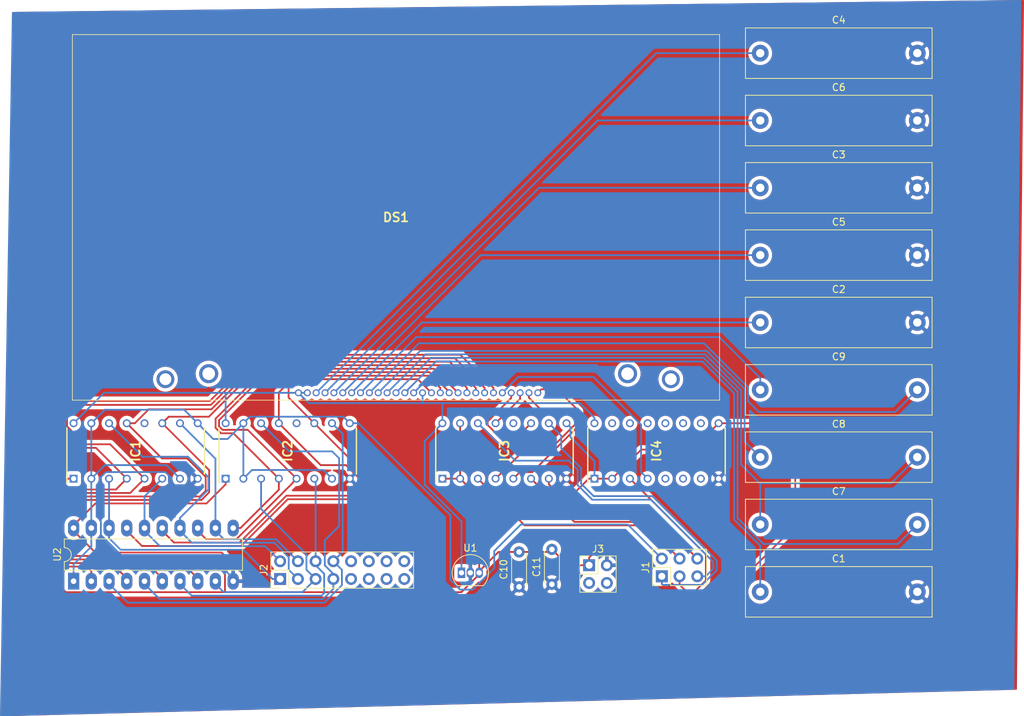
<source format=kicad_pcb>
(kicad_pcb (version 20171130) (host pcbnew "(5.1.4)-1")
  (layers (0 F.Cu signal) (31 B.Cu signal) (34 B.Paste user) (35 F.Paste user) (36 B.SilkS user) (37 F.SilkS user) (38 B.Mask user) (39 F.Mask user) (44 Edge.Cuts user))
  (net 0 "")
  (net 1 GND)
  (net 2 "Net-(C1-Pad1)")
  (net 3 "Net-(C2-Pad1)")
  (net 4 "Net-(C3-Pad1)")
  (net 5 "Net-(C4-Pad1)")
  (net 6 "Net-(C5-Pad1)")
  (net 7 "Net-(C6-Pad1)")
  (net 8 "Net-(C7-Pad2)")
  (net 9 "Net-(C7-Pad1)")
  (net 10 "Net-(C9-Pad1)")
  (net 11 +5V)
  (net 12 "Net-(DS1-Pad32)")
  (net 13 "Net-(DS1-Pad31)")
  (net 14 "Net-(DS1-Pad30)")
  (net 15 "Net-(DS1-Pad29)")
  (net 16 +3V0)
  (net 17 /Display/DB7)
  (net 18 /Display/DB6)
  (net 19 /Display/DB5)
  (net 20 /Display/DB4)
  (net 21 /Display/DB3)
  (net 22 /Display/DB2)
  (net 23 /Display/DB1)
  (net 24 /Display/DB0)
  (net 25 "Net-(DS1-Pad5)")
  (net 26 "Net-(DS1-Pad4)")
  (net 27 "Net-(DS1-Pad3)")
  (net 28 "Net-(DS1-Pad2)")
  (net 29 "Net-(DS1-Pad1)")
  (net 30 /Display/DI_~DO~)
  (net 31 "/CONN BUS/D2")
  (net 32 "Net-(IC1-Pad12)")
  (net 33 "/CONN BUS/D3")
  (net 34 "/CONN BUS/D1")
  (net 35 "/CONN BUS/D0")
  (net 36 "/CONN BUS/D6")
  (net 37 "Net-(IC2-Pad12)")
  (net 38 "/CONN BUS/D7")
  (net 39 "/CONN BUS/D5")
  (net 40 "/CONN BUS/D4")
  (net 41 /Display/A0)
  (net 42 "Net-(IC3-Pad12)")
  (net 43 /Display/R~W~)
  (net 44 /Display/RES)
  (net 45 /Display/CS)
  (net 46 "Net-(IC4-Pad15)")
  (net 47 "Net-(IC4-Pad14)")
  (net 48 "Net-(IC4-Pad13)")
  (net 49 "Net-(IC4-Pad12)")
  (net 50 "Net-(IC4-Pad11)")
  (net 51 "Net-(IC4-Pad10)")
  (net 52 "Net-(IC4-Pad7)")
  (net 53 "Net-(IC4-Pad6)")
  (net 54 "Net-(IC4-Pad5)")
  (net 55 /Display/E)
  (net 56 "/CONN BUS/D15")
  (net 57 "/CONN BUS/D14")
  (net 58 "/CONN BUS/D13")
  (net 59 "/CONN BUS/D12")
  (net 60 "/CONN BUS/D11")
  (net 61 "/CONN BUS/D10")
  (net 62 "/CONN BUS/D9")
  (net 63 "/CONN BUS/D8")
  (net 64 /pwr/~CLK~)
  (net 65 /pwr/CLK)
  (net 66 "Net-(C8-Pad1)")
  (net 67 "Net-(C9-Pad2)")
  (module Package_DIP:DIP-20_W7.62mm_LongPads (layer F.Cu) (at 86.8045 101.4095 90)
    (fp_text reference U2 (at 3.81 -2.33 90) (layer F.SilkS))
    (fp_text value 74LS244)
    (pad 20 thru_hole oval (at 7.62 0 90) (size 2.4 1.6) (drill 0.8) (layers *.Cu *.Mask) (net 11 +5V))
    (pad 10 thru_hole oval (at 0 22.86 90) (size 2.4 1.6) (drill 0.8) (layers *.Cu *.Mask) (net 1 GND))
    (pad 19 thru_hole oval (at 7.62 2.54 90) (size 2.4 1.6) (drill 0.8) (layers *.Cu *.Mask) (net 30 /Display/DI_~DO~))
    (pad 9 thru_hole oval (at 0 20.32 90) (size 2.4 1.6) (drill 0.8) (layers *.Cu *.Mask) (net 40 "/CONN BUS/D4"))
    (pad 18 thru_hole oval (at 7.62 5.08 90) (size 2.4 1.6) (drill 0.8) (layers *.Cu *.Mask) (net 35 "/CONN BUS/D0"))
    (pad 8 thru_hole oval (at 0 17.78 90) (size 2.4 1.6) (drill 0.8) (layers *.Cu *.Mask) (net 21 /Display/DB3))
    (pad 17 thru_hole oval (at 7.62 7.62 90) (size 2.4 1.6) (drill 0.8) (layers *.Cu *.Mask) (net 17 /Display/DB7))
    (pad 7 thru_hole oval (at 0 15.24 90) (size 2.4 1.6) (drill 0.8) (layers *.Cu *.Mask) (net 39 "/CONN BUS/D5"))
    (pad 16 thru_hole oval (at 7.62 10.16 90) (size 2.4 1.6) (drill 0.8) (layers *.Cu *.Mask) (net 34 "/CONN BUS/D1"))
    (pad 6 thru_hole oval (at 0 12.7 90) (size 2.4 1.6) (drill 0.8) (layers *.Cu *.Mask) (net 22 /Display/DB2))
    (pad 15 thru_hole oval (at 7.62 12.7 90) (size 2.4 1.6) (drill 0.8) (layers *.Cu *.Mask) (net 18 /Display/DB6))
    (pad 5 thru_hole oval (at 0 10.16 90) (size 2.4 1.6) (drill 0.8) (layers *.Cu *.Mask) (net 36 "/CONN BUS/D6"))
    (pad 14 thru_hole oval (at 7.62 15.24 90) (size 2.4 1.6) (drill 0.8) (layers *.Cu *.Mask) (net 31 "/CONN BUS/D2"))
    (pad 4 thru_hole oval (at 0 7.62 90) (size 2.4 1.6) (drill 0.8) (layers *.Cu *.Mask) (net 23 /Display/DB1))
    (pad 13 thru_hole oval (at 7.62 17.78 90) (size 2.4 1.6) (drill 0.8) (layers *.Cu *.Mask) (net 19 /Display/DB5))
    (pad 3 thru_hole oval (at 0 5.08 90) (size 2.4 1.6) (drill 0.8) (layers *.Cu *.Mask) (net 38 "/CONN BUS/D7"))
    (pad 12 thru_hole oval (at 7.62 20.32 90) (size 2.4 1.6) (drill 0.8) (layers *.Cu *.Mask) (net 33 "/CONN BUS/D3"))
    (pad 2 thru_hole oval (at 0 2.54 90) (size 2.4 1.6) (drill 0.8) (layers *.Cu *.Mask) (net 24 /Display/DB0))
    (pad 11 thru_hole oval (at 7.62 22.86 90) (size 2.4 1.6) (drill 0.8) (layers *.Cu *.Mask) (net 20 /Display/DB4))
    (pad 1 thru_hole rect (at 0 0 90) (size 2.4 1.6) (drill 0.8) (layers *.Cu *.Mask) (net 30 /Display/DI_~DO~))
  )
  (module Package_TO_SOT_THT:TO-92_Inline (layer F.Cu) (at 142.367 100.203)
    (fp_text reference U1 (at 1.27 -3.56) (layer F.SilkS))
    (fp_text value LP2950-3.0_TO92)
    (pad 1 thru_hole rect (at 0 0) (size 1.05 1.5) (drill 0.75) (layers *.Cu *.Mask) (net 16 +3V0))
    (pad 3 thru_hole oval (at 2.54 0) (size 1.05 1.5) (drill 0.75) (layers *.Cu *.Mask) (net 11 +5V))
    (pad 2 thru_hole oval (at 1.27 0) (size 1.05 1.5) (drill 0.75) (layers *.Cu *.Mask) (net 1 GND))
  )
  (module Connector_PinHeader_2.54mm:PinHeader_2x02_P2.54mm_Vertical (layer F.Cu) (at 160.655 99.1235)
    (fp_text reference J3 (at 1.27 -2.33) (layer F.SilkS))
    (fp_text value Conn_02x02_Odd_Even)
    (pad 4 thru_hole oval (at 2.54 2.54) (size 1.7 1.7) (drill 1) (layers *.Cu *.Mask) (net 64 /pwr/~CLK~))
    (pad 3 thru_hole oval (at 0 2.54) (size 1.7 1.7) (drill 1) (layers *.Cu *.Mask) (net 65 /pwr/CLK))
    (pad 2 thru_hole oval (at 2.54 0) (size 1.7 1.7) (drill 1) (layers *.Cu *.Mask) (net 1 GND))
    (pad 1 thru_hole rect (at 0 0) (size 1.7 1.7) (drill 1) (layers *.Cu *.Mask) (net 11 +5V))
  )
  (module Connector_PinHeader_2.54mm:PinHeader_2x08_P2.54mm_Vertical (layer F.Cu) (at 116.3955 101.092 90)
    (fp_text reference J2 (at 1.27 -2.33 90) (layer F.SilkS))
    (fp_text value Conn_02x08_Odd_Even)
    (pad 16 thru_hole oval (at 2.54 17.78 90) (size 1.7 1.7) (drill 1) (layers *.Cu *.Mask) (net 56 "/CONN BUS/D15"))
    (pad 15 thru_hole oval (at 0 17.78 90) (size 1.7 1.7) (drill 1) (layers *.Cu *.Mask) (net 57 "/CONN BUS/D14"))
    (pad 14 thru_hole oval (at 2.54 15.24 90) (size 1.7 1.7) (drill 1) (layers *.Cu *.Mask) (net 58 "/CONN BUS/D13"))
    (pad 13 thru_hole oval (at 0 15.24 90) (size 1.7 1.7) (drill 1) (layers *.Cu *.Mask) (net 59 "/CONN BUS/D12"))
    (pad 12 thru_hole oval (at 2.54 12.7 90) (size 1.7 1.7) (drill 1) (layers *.Cu *.Mask) (net 60 "/CONN BUS/D11"))
    (pad 11 thru_hole oval (at 0 12.7 90) (size 1.7 1.7) (drill 1) (layers *.Cu *.Mask) (net 61 "/CONN BUS/D10"))
    (pad 10 thru_hole oval (at 2.54 10.16 90) (size 1.7 1.7) (drill 1) (layers *.Cu *.Mask) (net 62 "/CONN BUS/D9"))
    (pad 9 thru_hole oval (at 0 10.16 90) (size 1.7 1.7) (drill 1) (layers *.Cu *.Mask) (net 63 "/CONN BUS/D8"))
    (pad 8 thru_hole oval (at 2.54 7.62 90) (size 1.7 1.7) (drill 1) (layers *.Cu *.Mask) (net 38 "/CONN BUS/D7"))
    (pad 7 thru_hole oval (at 0 7.62 90) (size 1.7 1.7) (drill 1) (layers *.Cu *.Mask) (net 36 "/CONN BUS/D6"))
    (pad 6 thru_hole oval (at 2.54 5.08 90) (size 1.7 1.7) (drill 1) (layers *.Cu *.Mask) (net 39 "/CONN BUS/D5"))
    (pad 5 thru_hole oval (at 0 5.08 90) (size 1.7 1.7) (drill 1) (layers *.Cu *.Mask) (net 40 "/CONN BUS/D4"))
    (pad 4 thru_hole oval (at 2.54 2.54 90) (size 1.7 1.7) (drill 1) (layers *.Cu *.Mask) (net 33 "/CONN BUS/D3"))
    (pad 3 thru_hole oval (at 0 2.54 90) (size 1.7 1.7) (drill 1) (layers *.Cu *.Mask) (net 31 "/CONN BUS/D2"))
    (pad 2 thru_hole oval (at 2.54 0 90) (size 1.7 1.7) (drill 1) (layers *.Cu *.Mask) (net 34 "/CONN BUS/D1"))
    (pad 1 thru_hole rect (at 0 0 90) (size 1.7 1.7) (drill 1) (layers *.Cu *.Mask) (net 35 "/CONN BUS/D0"))
  )
  (module Connector_PinHeader_2.54mm:PinHeader_2x03_P2.54mm_Vertical (layer F.Cu) (at 171.069 100.711 90)
    (fp_text reference J1 (at 1.27 -2.33 90) (layer F.SilkS))
    (fp_text value Conn_02x03_Odd_Even)
    (pad 6 thru_hole oval (at 2.54 5.08 90) (size 1.7 1.7) (drill 1) (layers *.Cu *.Mask) (net 44 /Display/RES))
    (pad 5 thru_hole oval (at 0 5.08 90) (size 1.7 1.7) (drill 1) (layers *.Cu *.Mask) (net 41 /Display/A0))
    (pad 4 thru_hole oval (at 2.54 2.54 90) (size 1.7 1.7) (drill 1) (layers *.Cu *.Mask) (net 45 /Display/CS))
    (pad 3 thru_hole oval (at 0 2.54 90) (size 1.7 1.7) (drill 1) (layers *.Cu *.Mask) (net 55 /Display/E))
    (pad 2 thru_hole oval (at 2.54 0 90) (size 1.7 1.7) (drill 1) (layers *.Cu *.Mask) (net 30 /Display/DI_~DO~))
    (pad 1 thru_hole rect (at 0 0 90) (size 1.7 1.7) (drill 1) (layers *.Cu *.Mask) (net 43 /Display/R~W~))
  )
  (module SamacSys_Parts:DIP794W53P254L1930H508Q16N (layer F.Cu) (at 170.307 82.7405 90)
    (fp_text reference IC4 (at 0 0 90) (layer F.SilkS) (effects (font (size 1.27 1.27) (thickness 0.254))))
    (fp_text value CD40109BE hide)
    (pad 16 thru_hole circle (at 3.97 -8.89 90) (size 1.13 1.13) (drill 0.73) (layers *.Cu *.Mask) (net 16 +3V0))
    (pad 15 thru_hole circle (at 3.97 -6.35 90) (size 1.13 1.13) (drill 0.73) (layers *.Cu *.Mask) (net 46 "Net-(IC4-Pad15)"))
    (pad 14 thru_hole circle (at 3.97 -3.81 90) (size 1.13 1.13) (drill 0.73) (layers *.Cu *.Mask) (net 47 "Net-(IC4-Pad14)"))
    (pad 13 thru_hole circle (at 3.97 -1.27 90) (size 1.13 1.13) (drill 0.73) (layers *.Cu *.Mask) (net 48 "Net-(IC4-Pad13)"))
    (pad 12 thru_hole circle (at 3.97 1.27 90) (size 1.13 1.13) (drill 0.73) (layers *.Cu *.Mask) (net 49 "Net-(IC4-Pad12)"))
    (pad 11 thru_hole circle (at 3.97 3.81 90) (size 1.13 1.13) (drill 0.73) (layers *.Cu *.Mask) (net 50 "Net-(IC4-Pad11)"))
    (pad 10 thru_hole circle (at 3.97 6.35 90) (size 1.13 1.13) (drill 0.73) (layers *.Cu *.Mask) (net 51 "Net-(IC4-Pad10)"))
    (pad 9 thru_hole circle (at 3.97 8.89 90) (size 1.13 1.13) (drill 0.73) (layers *.Cu *.Mask) (net 11 +5V))
    (pad 8 thru_hole circle (at -3.97 8.89 90) (size 1.13 1.13) (drill 0.73) (layers *.Cu *.Mask) (net 1 GND))
    (pad 7 thru_hole circle (at -3.97 6.35 90) (size 1.13 1.13) (drill 0.73) (layers *.Cu *.Mask) (net 52 "Net-(IC4-Pad7)"))
    (pad 6 thru_hole circle (at -3.97 3.81 90) (size 1.13 1.13) (drill 0.73) (layers *.Cu *.Mask) (net 53 "Net-(IC4-Pad6)"))
    (pad 5 thru_hole circle (at -3.97 1.27 90) (size 1.13 1.13) (drill 0.73) (layers *.Cu *.Mask) (net 54 "Net-(IC4-Pad5)"))
    (pad 4 thru_hole circle (at -3.97 -1.27 90) (size 1.13 1.13) (drill 0.73) (layers *.Cu *.Mask) (net 25 "Net-(DS1-Pad5)"))
    (pad 3 thru_hole circle (at -3.97 -3.81 90) (size 1.13 1.13) (drill 0.73) (layers *.Cu *.Mask) (net 55 /Display/E))
    (pad 2 thru_hole circle (at -3.97 -6.35 90) (size 1.13 1.13) (drill 0.73) (layers *.Cu *.Mask) (net 11 +5V))
    (pad 1 thru_hole rect (at -3.97 -8.89 90) (size 1.13 1.13) (drill 0.73) (layers *.Cu *.Mask) (net 11 +5V))
  )
  (module SamacSys_Parts:DIP794W53P254L1930H508Q16N (layer F.Cu) (at 148.5265 82.7405 90)
    (fp_text reference IC3 (at 0 0 90) (layer F.SilkS) (effects (font (size 1.27 1.27) (thickness 0.254))))
    (fp_text value CD40109BE hide)
    (pad 16 thru_hole circle (at 3.97 -8.89 90) (size 1.13 1.13) (drill 0.73) (layers *.Cu *.Mask) (net 16 +3V0))
    (pad 15 thru_hole circle (at 3.97 -6.35 90) (size 1.13 1.13) (drill 0.73) (layers *.Cu *.Mask) (net 11 +5V))
    (pad 14 thru_hole circle (at 3.97 -3.81 90) (size 1.13 1.13) (drill 0.73) (layers *.Cu *.Mask) (net 41 /Display/A0))
    (pad 13 thru_hole circle (at 3.97 -1.27 90) (size 1.13 1.13) (drill 0.73) (layers *.Cu *.Mask) (net 27 "Net-(DS1-Pad3)"))
    (pad 12 thru_hole circle (at 3.97 1.27 90) (size 1.13 1.13) (drill 0.73) (layers *.Cu *.Mask) (net 42 "Net-(IC3-Pad12)"))
    (pad 11 thru_hole circle (at 3.97 3.81 90) (size 1.13 1.13) (drill 0.73) (layers *.Cu *.Mask) (net 26 "Net-(DS1-Pad4)"))
    (pad 10 thru_hole circle (at 3.97 6.35 90) (size 1.13 1.13) (drill 0.73) (layers *.Cu *.Mask) (net 43 /Display/R~W~))
    (pad 9 thru_hole circle (at 3.97 8.89 90) (size 1.13 1.13) (drill 0.73) (layers *.Cu *.Mask) (net 11 +5V))
    (pad 8 thru_hole circle (at -3.97 8.89 90) (size 1.13 1.13) (drill 0.73) (layers *.Cu *.Mask) (net 1 GND))
    (pad 7 thru_hole circle (at -3.97 6.35 90) (size 1.13 1.13) (drill 0.73) (layers *.Cu *.Mask) (net 11 +5V))
    (pad 6 thru_hole circle (at -3.97 3.81 90) (size 1.13 1.13) (drill 0.73) (layers *.Cu *.Mask) (net 44 /Display/RES))
    (pad 5 thru_hole circle (at -3.97 1.27 90) (size 1.13 1.13) (drill 0.73) (layers *.Cu *.Mask) (net 29 "Net-(DS1-Pad1)"))
    (pad 4 thru_hole circle (at -3.97 -1.27 90) (size 1.13 1.13) (drill 0.73) (layers *.Cu *.Mask) (net 28 "Net-(DS1-Pad2)"))
    (pad 3 thru_hole circle (at -3.97 -3.81 90) (size 1.13 1.13) (drill 0.73) (layers *.Cu *.Mask) (net 45 /Display/CS))
    (pad 2 thru_hole circle (at -3.97 -6.35 90) (size 1.13 1.13) (drill 0.73) (layers *.Cu *.Mask) (net 11 +5V))
    (pad 1 thru_hole rect (at -3.97 -8.89 90) (size 1.13 1.13) (drill 0.73) (layers *.Cu *.Mask) (net 11 +5V))
  )
  (module SamacSys_Parts:DIP794W53P254L1930H508Q16N (layer F.Cu) (at 117.475 82.7405 90)
    (fp_text reference IC2 (at 0 0 90) (layer F.SilkS) (effects (font (size 1.27 1.27) (thickness 0.254))))
    (fp_text value CD40109BE hide)
    (pad 16 thru_hole circle (at 3.97 -8.89 90) (size 1.13 1.13) (drill 0.73) (layers *.Cu *.Mask) (net 16 +3V0))
    (pad 15 thru_hole circle (at 3.97 -6.35 90) (size 1.13 1.13) (drill 0.73) (layers *.Cu *.Mask) (net 30 /Display/DI_~DO~))
    (pad 14 thru_hole circle (at 3.97 -3.81 90) (size 1.13 1.13) (drill 0.73) (layers *.Cu *.Mask) (net 36 "/CONN BUS/D6"))
    (pad 13 thru_hole circle (at 3.97 -1.27 90) (size 1.13 1.13) (drill 0.73) (layers *.Cu *.Mask) (net 18 /Display/DB6))
    (pad 12 thru_hole circle (at 3.97 1.27 90) (size 1.13 1.13) (drill 0.73) (layers *.Cu *.Mask) (net 37 "Net-(IC2-Pad12)"))
    (pad 11 thru_hole circle (at 3.97 3.81 90) (size 1.13 1.13) (drill 0.73) (layers *.Cu *.Mask) (net 17 /Display/DB7))
    (pad 10 thru_hole circle (at 3.97 6.35 90) (size 1.13 1.13) (drill 0.73) (layers *.Cu *.Mask) (net 38 "/CONN BUS/D7"))
    (pad 9 thru_hole circle (at 3.97 8.89 90) (size 1.13 1.13) (drill 0.73) (layers *.Cu *.Mask) (net 30 /Display/DI_~DO~))
    (pad 8 thru_hole circle (at -3.97 8.89 90) (size 1.13 1.13) (drill 0.73) (layers *.Cu *.Mask) (net 1 GND))
    (pad 7 thru_hole circle (at -3.97 6.35 90) (size 1.13 1.13) (drill 0.73) (layers *.Cu *.Mask) (net 30 /Display/DI_~DO~))
    (pad 6 thru_hole circle (at -3.97 3.81 90) (size 1.13 1.13) (drill 0.73) (layers *.Cu *.Mask) (net 39 "/CONN BUS/D5"))
    (pad 5 thru_hole circle (at -3.97 1.27 90) (size 1.13 1.13) (drill 0.73) (layers *.Cu *.Mask) (net 19 /Display/DB5))
    (pad 4 thru_hole circle (at -3.97 -1.27 90) (size 1.13 1.13) (drill 0.73) (layers *.Cu *.Mask) (net 20 /Display/DB4))
    (pad 3 thru_hole circle (at -3.97 -3.81 90) (size 1.13 1.13) (drill 0.73) (layers *.Cu *.Mask) (net 40 "/CONN BUS/D4"))
    (pad 2 thru_hole circle (at -3.97 -6.35 90) (size 1.13 1.13) (drill 0.73) (layers *.Cu *.Mask) (net 30 /Display/DI_~DO~))
    (pad 1 thru_hole rect (at -3.97 -8.89 90) (size 1.13 1.13) (drill 0.73) (layers *.Cu *.Mask) (net 11 +5V))
  )
  (module SamacSys_Parts:DIP794W53P254L1930H508Q16N (layer F.Cu) (at 95.6945 82.7405 90)
    (fp_text reference IC1 (at 0 0 90) (layer F.SilkS) (effects (font (size 1.27 1.27) (thickness 0.254))))
    (fp_text value CD40109BE hide)
    (pad 16 thru_hole circle (at 3.97 -8.89 90) (size 1.13 1.13) (drill 0.73) (layers *.Cu *.Mask) (net 16 +3V0))
    (pad 15 thru_hole circle (at 3.97 -6.35 90) (size 1.13 1.13) (drill 0.73) (layers *.Cu *.Mask) (net 30 /Display/DI_~DO~))
    (pad 14 thru_hole circle (at 3.97 -3.81 90) (size 1.13 1.13) (drill 0.73) (layers *.Cu *.Mask) (net 31 "/CONN BUS/D2"))
    (pad 13 thru_hole circle (at 3.97 -1.27 90) (size 1.13 1.13) (drill 0.73) (layers *.Cu *.Mask) (net 22 /Display/DB2))
    (pad 12 thru_hole circle (at 3.97 1.27 90) (size 1.13 1.13) (drill 0.73) (layers *.Cu *.Mask) (net 32 "Net-(IC1-Pad12)"))
    (pad 11 thru_hole circle (at 3.97 3.81 90) (size 1.13 1.13) (drill 0.73) (layers *.Cu *.Mask) (net 21 /Display/DB3))
    (pad 10 thru_hole circle (at 3.97 6.35 90) (size 1.13 1.13) (drill 0.73) (layers *.Cu *.Mask) (net 33 "/CONN BUS/D3"))
    (pad 9 thru_hole circle (at 3.97 8.89 90) (size 1.13 1.13) (drill 0.73) (layers *.Cu *.Mask) (net 30 /Display/DI_~DO~))
    (pad 8 thru_hole circle (at -3.97 8.89 90) (size 1.13 1.13) (drill 0.73) (layers *.Cu *.Mask) (net 1 GND))
    (pad 7 thru_hole circle (at -3.97 6.35 90) (size 1.13 1.13) (drill 0.73) (layers *.Cu *.Mask) (net 30 /Display/DI_~DO~))
    (pad 6 thru_hole circle (at -3.97 3.81 90) (size 1.13 1.13) (drill 0.73) (layers *.Cu *.Mask) (net 34 "/CONN BUS/D1"))
    (pad 5 thru_hole circle (at -3.97 1.27 90) (size 1.13 1.13) (drill 0.73) (layers *.Cu *.Mask) (net 23 /Display/DB1))
    (pad 4 thru_hole circle (at -3.97 -1.27 90) (size 1.13 1.13) (drill 0.73) (layers *.Cu *.Mask) (net 24 /Display/DB0))
    (pad 3 thru_hole circle (at -3.97 -3.81 90) (size 1.13 1.13) (drill 0.73) (layers *.Cu *.Mask) (net 35 "/CONN BUS/D0"))
    (pad 2 thru_hole circle (at -3.97 -6.35 90) (size 1.13 1.13) (drill 0.73) (layers *.Cu *.Mask) (net 30 /Display/DI_~DO~))
    (pad 1 thru_hole rect (at -3.97 -8.89 90) (size 1.13 1.13) (drill 0.73) (layers *.Cu *.Mask) (net 11 +5V))
  )
  (module SamacSys_Parts:NHDC12864LZFSWFBW3V3 (layer F.Cu) (at 132.9845 49.255)
    (fp_text reference DS1 (at 0 0) (layer F.SilkS) (effects (font (size 1.27 1.27) (thickness 0.254))))
    (fp_text value NHD-C12864LZ-FSW-FBW-3V3 hide)
    (pad 32 thru_hole circle (at 39.375 23.2) (size 2.55 2.55) (drill 1.7) (layers *.Cu *.Mask) (net 12 "Net-(DS1-Pad32)"))
    (pad 31 thru_hole circle (at -33.025 23.2) (size 2.55 2.55) (drill 1.7) (layers *.Cu *.Mask) (net 13 "Net-(DS1-Pad31)"))
    (pad 30 thru_hole circle (at 33.175 22.41) (size 2.73 2.73) (drill 1.82) (layers *.Cu *.Mask) (net 14 "Net-(DS1-Pad30)"))
    (pad 29 thru_hole circle (at -26.825 22.41) (size 2.73 2.73) (drill 1.82) (layers *.Cu *.Mask) (net 15 "Net-(DS1-Pad29)"))
    (pad 28 thru_hole circle (at -13.97 25.15) (size 1 1) (drill 0.64) (layers *.Cu *.Mask) (net 16 +3V0))
    (pad 27 thru_hole circle (at -12.7 25.15) (size 1 1) (drill 0.64) (layers *.Cu *.Mask) (net 16 +3V0))
    (pad 26 thru_hole circle (at -11.43 25.15) (size 1 1) (drill 0.64) (layers *.Cu *.Mask) (net 5 "Net-(C4-Pad1)"))
    (pad 25 thru_hole circle (at -10.16 25.15) (size 1 1) (drill 0.64) (layers *.Cu *.Mask) (net 7 "Net-(C6-Pad1)"))
    (pad 24 thru_hole circle (at -8.89 25.15) (size 1 1) (drill 0.64) (layers *.Cu *.Mask) (net 4 "Net-(C3-Pad1)"))
    (pad 23 thru_hole circle (at -7.62 25.15) (size 1 1) (drill 0.64) (layers *.Cu *.Mask) (net 6 "Net-(C5-Pad1)"))
    (pad 22 thru_hole circle (at -6.35 25.15) (size 1 1) (drill 0.64) (layers *.Cu *.Mask) (net 3 "Net-(C2-Pad1)"))
    (pad 21 thru_hole circle (at -5.08 25.15) (size 1 1) (drill 0.64) (layers *.Cu *.Mask) (net 10 "Net-(C9-Pad1)"))
    (pad 20 thru_hole circle (at -3.81 25.15) (size 1 1) (drill 0.64) (layers *.Cu *.Mask) (net 67 "Net-(C9-Pad2)"))
    (pad 19 thru_hole circle (at -2.54 25.15) (size 1 1) (drill 0.64) (layers *.Cu *.Mask) (net 66 "Net-(C8-Pad1)"))
    (pad 18 thru_hole circle (at -1.27 25.15) (size 1 1) (drill 0.64) (layers *.Cu *.Mask) (net 9 "Net-(C7-Pad1)"))
    (pad 17 thru_hole circle (at 0 25.15) (size 1 1) (drill 0.64) (layers *.Cu *.Mask) (net 8 "Net-(C7-Pad2)"))
    (pad 16 thru_hole circle (at 1.27 25.15) (size 1 1) (drill 0.64) (layers *.Cu *.Mask) (net 2 "Net-(C1-Pad1)"))
    (pad 15 thru_hole circle (at 2.54 25.15) (size 1 1) (drill 0.64) (layers *.Cu *.Mask) (net 1 GND))
    (pad 14 thru_hole circle (at 3.81 25.15) (size 1 1) (drill 0.64) (layers *.Cu *.Mask) (net 16 +3V0))
    (pad 13 thru_hole circle (at 5.08 25.15) (size 1 1) (drill 0.64) (layers *.Cu *.Mask) (net 17 /Display/DB7))
    (pad 12 thru_hole circle (at 6.35 25.15) (size 1 1) (drill 0.64) (layers *.Cu *.Mask) (net 18 /Display/DB6))
    (pad 11 thru_hole circle (at 7.62 25.15) (size 1 1) (drill 0.64) (layers *.Cu *.Mask) (net 19 /Display/DB5))
    (pad 10 thru_hole circle (at 8.89 25.15) (size 1 1) (drill 0.64) (layers *.Cu *.Mask) (net 20 /Display/DB4))
    (pad 9 thru_hole circle (at 10.16 25.15) (size 1 1) (drill 0.64) (layers *.Cu *.Mask) (net 21 /Display/DB3))
    (pad 8 thru_hole circle (at 11.43 25.15) (size 1 1) (drill 0.64) (layers *.Cu *.Mask) (net 22 /Display/DB2))
    (pad 7 thru_hole circle (at 12.7 25.15) (size 1 1) (drill 0.64) (layers *.Cu *.Mask) (net 23 /Display/DB1))
    (pad 6 thru_hole circle (at 13.97 25.15) (size 1 1) (drill 0.64) (layers *.Cu *.Mask) (net 24 /Display/DB0))
    (pad 5 thru_hole circle (at 15.24 25.15) (size 1 1) (drill 0.64) (layers *.Cu *.Mask) (net 25 "Net-(DS1-Pad5)"))
    (pad 4 thru_hole circle (at 16.51 25.15) (size 1 1) (drill 0.64) (layers *.Cu *.Mask) (net 26 "Net-(DS1-Pad4)"))
    (pad 3 thru_hole circle (at 17.78 25.15) (size 1 1) (drill 0.64) (layers *.Cu *.Mask) (net 27 "Net-(DS1-Pad3)"))
    (pad 2 thru_hole circle (at 19.05 25.15) (size 1 1) (drill 0.64) (layers *.Cu *.Mask) (net 28 "Net-(DS1-Pad2)"))
    (pad 1 thru_hole circle (at 20.32 25.15) (size 1 1) (drill 0.64) (layers *.Cu *.Mask) (net 29 "Net-(DS1-Pad1)"))
  )
  (module Capacitor_THT:C_Disc_D4.3mm_W1.9mm_P5.00mm (layer F.Cu) (at 155.321 101.854 90)
    (fp_text reference C11 (at 2.5 -2.2 90) (layer F.SilkS))
    (fp_text value 0.1µF)
    (pad 2 thru_hole circle (at 5 0 90) (size 1.6 1.6) (drill 0.8) (layers *.Cu *.Mask) (net 11 +5V))
    (pad 1 thru_hole circle (at 0 0 90) (size 1.6 1.6) (drill 0.8) (layers *.Cu *.Mask) (net 1 GND))
  )
  (module Capacitor_THT:C_Disc_D4.3mm_W1.9mm_P5.00mm (layer F.Cu) (at 150.622 102.2185 90)
    (fp_text reference C10 (at 2.5 -2.2 90) (layer F.SilkS))
    (fp_text value 0.1µF)
    (pad 2 thru_hole circle (at 5 0 90) (size 1.6 1.6) (drill 0.8) (layers *.Cu *.Mask) (net 11 +5V))
    (pad 1 thru_hole circle (at 0 0 90) (size 1.6 1.6) (drill 0.8) (layers *.Cu *.Mask) (net 1 GND))
  )
  (module Capacitor_THT:C_Rect_L26.5mm_W7.0mm_P22.50mm_MKS4 (layer F.Cu) (at 185.166 102.9335)
    (fp_text reference C1 (at 11.25 -4.75) (layer F.SilkS))
    (fp_text value 1µF)
    (pad 2 thru_hole circle (at 22.5 0) (size 2.4 2.4) (drill 1.2) (layers *.Cu *.Mask) (net 1 GND))
    (pad 1 thru_hole circle (at 0 0) (size 2.4 2.4) (drill 1.2) (layers *.Cu *.Mask) (net 2 "Net-(C1-Pad1)"))
  )
  (module Capacitor_THT:C_Rect_L26.5mm_W7.0mm_P22.50mm_MKS4 (layer F.Cu) (at 185.166 93.2815)
    (fp_text reference C7 (at 11.25 -4.75) (layer F.SilkS))
    (fp_text value 1µF)
    (pad 2 thru_hole circle (at 22.5 0) (size 2.4 2.4) (drill 1.2) (layers *.Cu *.Mask) (net 8 "Net-(C7-Pad2)"))
    (pad 1 thru_hole circle (at 0 0) (size 2.4 2.4) (drill 1.2) (layers *.Cu *.Mask) (net 9 "Net-(C7-Pad1)"))
  )
  (module Capacitor_THT:C_Rect_L26.5mm_W7.0mm_P22.50mm_MKS4 (layer F.Cu) (at 185.166 83.6295)
    (fp_text reference C8 (at 11.25 -4.75) (layer F.SilkS))
    (fp_text value 1µF)
    (pad 2 thru_hole circle (at 22.5 0) (size 2.4 2.4) (drill 1.2) (layers *.Cu *.Mask) (net 9 "Net-(C7-Pad1)"))
    (pad 1 thru_hole circle (at 0 0) (size 2.4 2.4) (drill 1.2) (layers *.Cu *.Mask) (net 66 "Net-(C8-Pad1)"))
  )
  (module Capacitor_THT:C_Rect_L26.5mm_W7.0mm_P22.50mm_MKS4 (layer F.Cu) (at 185.166 73.9775)
    (fp_text reference C9 (at 11.25 -4.75) (layer F.SilkS))
    (fp_text value 1µF)
    (pad 2 thru_hole circle (at 22.5 0) (size 2.4 2.4) (drill 1.2) (layers *.Cu *.Mask) (net 67 "Net-(C9-Pad2)"))
    (pad 1 thru_hole circle (at 0 0) (size 2.4 2.4) (drill 1.2) (layers *.Cu *.Mask) (net 10 "Net-(C9-Pad1)"))
  )
  (module Capacitor_THT:C_Rect_L26.5mm_W7.0mm_P22.50mm_MKS4 (layer F.Cu) (at 185.166 64.3255)
    (fp_text reference C2 (at 11.25 -4.75) (layer F.SilkS))
    (fp_text value 1µF)
    (pad 2 thru_hole circle (at 22.5 0) (size 2.4 2.4) (drill 1.2) (layers *.Cu *.Mask) (net 1 GND))
    (pad 1 thru_hole circle (at 0 0) (size 2.4 2.4) (drill 1.2) (layers *.Cu *.Mask) (net 3 "Net-(C2-Pad1)"))
  )
  (module Capacitor_THT:C_Rect_L26.5mm_W7.0mm_P22.50mm_MKS4 (layer F.Cu) (at 185.166 54.6735)
    (fp_text reference C5 (at 11.25 -4.75) (layer F.SilkS))
    (fp_text value 1µF)
    (pad 2 thru_hole circle (at 22.5 0) (size 2.4 2.4) (drill 1.2) (layers *.Cu *.Mask) (net 1 GND))
    (pad 1 thru_hole circle (at 0 0) (size 2.4 2.4) (drill 1.2) (layers *.Cu *.Mask) (net 6 "Net-(C5-Pad1)"))
  )
  (module Capacitor_THT:C_Rect_L26.5mm_W7.0mm_P22.50mm_MKS4 (layer F.Cu) (at 185.166 45.0215)
    (fp_text reference C3 (at 11.25 -4.75) (layer F.SilkS))
    (fp_text value 1µF)
    (pad 2 thru_hole circle (at 22.5 0) (size 2.4 2.4) (drill 1.2) (layers *.Cu *.Mask) (net 1 GND))
    (pad 1 thru_hole circle (at 0 0) (size 2.4 2.4) (drill 1.2) (layers *.Cu *.Mask) (net 4 "Net-(C3-Pad1)"))
  )
  (module Capacitor_THT:C_Rect_L26.5mm_W7.0mm_P22.50mm_MKS4 (layer F.Cu) (at 185.166 35.3695)
    (fp_text reference C6 (at 11.25 -4.75) (layer F.SilkS))
    (fp_text value 1µF)
    (pad 2 thru_hole circle (at 22.5 0) (size 2.4 2.4) (drill 1.2) (layers *.Cu *.Mask) (net 1 GND))
    (pad 1 thru_hole circle (at 0 0) (size 2.4 2.4) (drill 1.2) (layers *.Cu *.Mask) (net 7 "Net-(C6-Pad1)"))
  )
  (module Capacitor_THT:C_Rect_L26.5mm_W7.0mm_P22.50mm_MKS4 (layer F.Cu) (at 185.166 25.7175)
    (fp_text reference C4 (at 11.25 -4.75) (layer F.SilkS))
    (fp_text value 1µF)
    (pad 2 thru_hole circle (at 22.5 0) (size 2.4 2.4) (drill 1.2) (layers *.Cu *.Mask) (net 1 GND))
    (pad 1 thru_hole circle (at 0 0) (size 2.4 2.4) (drill 1.2) (layers *.Cu *.Mask) (net 5 "Net-(C4-Pad1)"))
  )
  (segment (start 139.504491 70.425009) (end 161.738009 70.425009) (width 0.25) (layer B.Cu) (net 1))
  (segment (start 135.5245 74.405) (end 139.504491 70.425009) (width 0.25) (layer B.Cu) (net 1))
  (segment (start 161.738009 70.425009) (end 167.132 75.819) (width 0.25) (layer B.Cu) (net 1))
  (segment (start 179.197 86.7105) (end 180.91949 84.98801) (width 0.25) (layer B.Cu) (net 1))
  (segment (start 180.91949 78.49399) (end 178.2445 75.819) (width 0.25) (layer B.Cu) (net 1))
  (segment (start 180.91949 84.98801) (end 180.91949 78.49399) (width 0.25) (layer B.Cu) (net 1))
  (segment (start 167.132 75.819) (end 178.2445 75.819) (width 0.25) (layer B.Cu) (net 1))
  (segment (start 95.77237 99.83449) (end 108.48949 99.83449) (width 0.25) (layer B.Cu) (net 1))
  (segment (start 90.70949 94.77161) (end 95.77237 99.83449) (width 0.25) (layer B.Cu) (net 1))
  (segment (start 108.48949 99.83449) (end 109.6645 101.0095) (width 0.25) (layer B.Cu) (net 1))
  (segment (start 91.433299 85.770499) (end 90.70949 86.494308) (width 0.25) (layer B.Cu) (net 1))
  (segment (start 99.955701 85.770499) (end 91.433299 85.770499) (width 0.25) (layer B.Cu) (net 1))
  (segment (start 100.444501 86.259299) (end 99.955701 85.770499) (width 0.25) (layer B.Cu) (net 1))
  (segment (start 100.444501 87.161701) (end 100.444501 86.259299) (width 0.25) (layer B.Cu) (net 1))
  (segment (start 100.933301 87.650501) (end 100.444501 87.161701) (width 0.25) (layer B.Cu) (net 1))
  (segment (start 109.6645 101.0095) (end 109.6645 101.4095) (width 0.25) (layer B.Cu) (net 1))
  (segment (start 103.644499 87.650501) (end 100.933301 87.650501) (width 0.25) (layer B.Cu) (net 1))
  (segment (start 90.70949 86.494308) (end 90.70949 94.77161) (width 0.25) (layer B.Cu) (net 1))
  (segment (start 104.5845 86.7105) (end 103.644499 87.650501) (width 0.25) (layer B.Cu) (net 1))
  (segment (start 170.242 25.7175) (end 151.38325 44.57625) (width 0.25) (layer B.Cu) (net 5))
  (segment (start 185.166 25.7175) (end 170.242 25.7175) (width 0.25) (layer B.Cu) (net 5))
  (segment (start 151.38325 44.57625) (end 121.5545 74.405) (width 0.25) (layer B.Cu) (net 5))
  (segment (start 161.86 35.3695) (end 185.166 35.3695) (width 0.25) (layer B.Cu) (net 7))
  (segment (start 122.8245 74.405) (end 161.86 35.3695) (width 0.25) (layer B.Cu) (net 7))
  (segment (start 153.478 45.0215) (end 124.0945 74.405) (width 0.25) (layer B.Cu) (net 4))
  (segment (start 185.166 45.0215) (end 153.478 45.0215) (width 0.25) (layer B.Cu) (net 4))
  (segment (start 145.096 54.6735) (end 185.166 54.6735) (width 0.25) (layer B.Cu) (net 6))
  (segment (start 125.3645 74.405) (end 145.096 54.6735) (width 0.25) (layer B.Cu) (net 6))
  (segment (start 136.714 64.3255) (end 185.166 64.3255) (width 0.25) (layer B.Cu) (net 3))
  (segment (start 126.6345 74.405) (end 136.714 64.3255) (width 0.25) (layer B.Cu) (net 3))
  (segment (start 185.166 72.280444) (end 179.306556 66.421) (width 0.25) (layer B.Cu) (net 10))
  (segment (start 185.166 73.9775) (end 185.166 72.280444) (width 0.25) (layer B.Cu) (net 10))
  (segment (start 135.8885 66.421) (end 127.9045 74.405) (width 0.25) (layer B.Cu) (net 10))
  (segment (start 179.306556 66.421) (end 135.8885 66.421) (width 0.25) (layer B.Cu) (net 10))
  (segment (start 185.2295 87.376) (end 185.166 87.4395) (width 0.25) (layer B.Cu) (net 9))
  (segment (start 203.9195 87.376) (end 185.2295 87.376) (width 0.25) (layer B.Cu) (net 9))
  (segment (start 207.666 83.6295) (end 203.9195 87.376) (width 0.25) (layer B.Cu) (net 9))
  (segment (start 185.166 93.2815) (end 185.166 87.4395) (width 0.25) (layer B.Cu) (net 9))
  (segment (start 185.166 87.4395) (end 182.419522 84.693022) (width 0.25) (layer B.Cu) (net 9))
  (segment (start 182.419522 84.693022) (end 182.419522 74.033638) (width 0.25) (layer B.Cu) (net 9))
  (segment (start 182.419522 74.033638) (end 177.275391 68.889509) (width 0.25) (layer B.Cu) (net 9))
  (segment (start 137.22999 68.88951) (end 132.214499 73.905001) (width 0.25) (layer B.Cu) (net 9))
  (segment (start 132.214499 73.905001) (end 131.7145 74.405) (width 0.25) (layer B.Cu) (net 9))
  (segment (start 177.275391 68.889509) (end 137.22999 68.88951) (width 0.25) (layer B.Cu) (net 9))
  (segment (start 130.4445 74.405) (end 136.46 68.3895) (width 0.25) (layer B.Cu) (net 66))
  (segment (start 177.482503 68.389499) (end 182.919533 73.826527) (width 0.25) (layer B.Cu) (net 66))
  (segment (start 136.46 68.3895) (end 177.482503 68.389499) (width 0.25) (layer B.Cu) (net 66))
  (segment (start 183.966001 82.429501) (end 185.166 83.6295) (width 0.25) (layer B.Cu) (net 66))
  (segment (start 182.919533 81.383033) (end 183.966001 82.429501) (width 0.25) (layer B.Cu) (net 66))
  (segment (start 182.919533 73.826527) (end 182.919533 81.383033) (width 0.25) (layer B.Cu) (net 66))
  (segment (start 134.4465 74.405) (end 134.2545 74.405) (width 0.25) (layer B.Cu) (net 2))
  (segment (start 134.649499 74.202001) (end 134.4465 74.405) (width 0.25) (layer B.Cu) (net 2))
  (segment (start 134.649499 73.984999) (end 134.649499 74.202001) (width 0.25) (layer B.Cu) (net 2))
  (segment (start 185.166 102.9335) (end 185.166 96.319622) (width 0.25) (layer B.Cu) (net 2))
  (segment (start 185.166 96.319622) (end 181.4195 92.573122) (width 0.25) (layer B.Cu) (net 2))
  (segment (start 140.7795 69.88953) (end 138.744968 69.88953) (width 0.25) (layer B.Cu) (net 2))
  (segment (start 181.4195 92.573122) (end 181.4195 74.44786) (width 0.25) (layer B.Cu) (net 2))
  (segment (start 181.4195 74.44786) (end 176.896639 69.924999) (width 0.25) (layer B.Cu) (net 2))
  (segment (start 176.896639 69.924999) (end 140.814969 69.924999) (width 0.25) (layer B.Cu) (net 2))
  (segment (start 140.814969 69.924999) (end 140.7795 69.88953) (width 0.25) (layer B.Cu) (net 2))
  (segment (start 138.744968 69.88953) (end 134.649499 73.984999) (width 0.25) (layer B.Cu) (net 2))
  (segment (start 157.5905 99.1235) (end 155.321 96.854) (width 0.25) (layer F.Cu) (net 11))
  (segment (start 154.9565 97.2185) (end 155.321 96.854) (width 0.25) (layer F.Cu) (net 11))
  (segment (start 150.622 97.2185) (end 154.9565 97.2185) (width 0.25) (layer F.Cu) (net 11))
  (segment (start 144.907 99.978) (end 144.907 100.203) (width 0.25) (layer F.Cu) (net 11))
  (segment (start 147.6665 97.2185) (end 144.907 99.978) (width 0.25) (layer F.Cu) (net 11))
  (segment (start 150.622 97.2185) (end 147.6665 97.2185) (width 0.25) (layer F.Cu) (net 11))
  (segment (start 82.68499 99.964992) (end 85.704499 102.984501) (width 0.25) (layer F.Cu) (net 11))
  (segment (start 82.68499 90.01501) (end 82.68499 99.964992) (width 0.25) (layer F.Cu) (net 11))
  (segment (start 86.8045 86.7105) (end 85.9895 86.7105) (width 0.25) (layer F.Cu) (net 11))
  (segment (start 85.9895 86.7105) (end 82.68499 90.01501) (width 0.25) (layer F.Cu) (net 11))
  (segment (start 86.8045 93.7895) (end 86.8045 94.1895) (width 0.25) (layer F.Cu) (net 11))
  (segment (start 86.8045 94.1895) (end 89.912979 97.297979) (width 0.25) (layer F.Cu) (net 11))
  (segment (start 86.8045 93.3895) (end 86.8045 93.7895) (width 0.25) (layer F.Cu) (net 11))
  (segment (start 89.928959 90.265041) (end 86.8045 93.3895) (width 0.25) (layer F.Cu) (net 11))
  (segment (start 105.845459 90.265041) (end 89.928959 90.265041) (width 0.25) (layer F.Cu) (net 11))
  (segment (start 108.585 87.5255) (end 105.845459 90.265041) (width 0.25) (layer F.Cu) (net 11))
  (segment (start 108.585 86.7105) (end 108.585 87.5255) (width 0.25) (layer F.Cu) (net 11))
  (segment (start 179.197 78.7705) (end 175.4175 82.55) (width 0.25) (layer F.Cu) (net 11))
  (segment (start 168.1175 82.55) (end 163.957 86.7105) (width 0.25) (layer F.Cu) (net 11))
  (segment (start 175.4175 82.55) (end 168.1175 82.55) (width 0.25) (layer F.Cu) (net 11))
  (segment (start 161.417 86.7105) (end 163.957 86.7105) (width 0.25) (layer F.Cu) (net 11))
  (segment (start 154.8765 87.50953) (end 156.01297 88.646) (width 0.25) (layer F.Cu) (net 11))
  (segment (start 154.8765 86.7105) (end 154.8765 87.50953) (width 0.25) (layer F.Cu) (net 11))
  (segment (start 160.602 86.7105) (end 161.417 86.7105) (width 0.25) (layer F.Cu) (net 11))
  (segment (start 158.6665 88.646) (end 160.602 86.7105) (width 0.25) (layer F.Cu) (net 11))
  (segment (start 156.01297 88.646) (end 158.6665 88.646) (width 0.25) (layer F.Cu) (net 11))
  (segment (start 157.981499 79.335499) (end 157.981499 80.765499) (width 0.25) (layer B.Cu) (net 11))
  (segment (start 157.4165 78.7705) (end 157.981499 79.335499) (width 0.25) (layer B.Cu) (net 11))
  (segment (start 161.417 84.201) (end 161.417 86.7105) (width 0.25) (layer B.Cu) (net 11))
  (segment (start 157.981499 80.765499) (end 161.417 84.201) (width 0.25) (layer B.Cu) (net 11))
  (segment (start 140.4515 86.7105) (end 142.1765 86.7105) (width 0.25) (layer F.Cu) (net 11))
  (segment (start 139.6365 86.7105) (end 140.4515 86.7105) (width 0.25) (layer F.Cu) (net 11))
  (segment (start 142.1765 79.56953) (end 142.1765 86.7105) (width 0.25) (layer F.Cu) (net 11))
  (segment (start 142.1765 78.7705) (end 142.1765 79.56953) (width 0.25) (layer F.Cu) (net 11))
  (segment (start 142.1765 86.7105) (end 144.907 89.441) (width 0.25) (layer F.Cu) (net 11))
  (segment (start 160.655 99.1235) (end 158.75 99.1235) (width 0.25) (layer F.Cu) (net 11))
  (segment (start 158.75 99.1235) (end 157.5905 99.1235) (width 0.25) (layer F.Cu) (net 11))
  (segment (start 179.197 78.7705) (end 187.9905 78.7705) (width 0.25) (layer F.Cu) (net 11))
  (segment (start 187.9905 78.7705) (end 190.1825 80.9625) (width 0.25) (layer F.Cu) (net 11))
  (segment (start 190.1825 80.9625) (end 190.1825 93.472) (width 0.25) (layer F.Cu) (net 11))
  (segment (start 190.1825 93.472) (end 177.419 106.2355) (width 0.25) (layer F.Cu) (net 11))
  (segment (start 144.907 97.028) (end 144.907 100.203) (width 0.25) (layer F.Cu) (net 11))
  (segment (start 144.907 89.441) (end 144.907 97.028) (width 0.25) (layer F.Cu) (net 11))
  (segment (start 108.48949 102.96499) (end 108.509001 102.984501) (width 0.25) (layer F.Cu) (net 11))
  (segment (start 108.48949 97.789948) (end 108.48949 102.96499) (width 0.25) (layer F.Cu) (net 11))
  (segment (start 107.997521 97.297979) (end 108.48949 97.789948) (width 0.25) (layer F.Cu) (net 11))
  (segment (start 89.912979 97.297979) (end 107.997521 97.297979) (width 0.25) (layer F.Cu) (net 11))
  (segment (start 85.704499 102.984501) (end 108.509001 102.984501) (width 0.25) (layer F.Cu) (net 11))
  (segment (start 108.509001 102.984501) (end 112.446001 102.984501) (width 0.25) (layer F.Cu) (net 11))
  (segment (start 160.655 98.0235) (end 162.5395 96.139) (width 0.25) (layer F.Cu) (net 11))
  (segment (start 160.655 99.1235) (end 160.655 98.0235) (width 0.25) (layer F.Cu) (net 11))
  (segment (start 162.5395 96.139) (end 165.1 96.139) (width 0.25) (layer F.Cu) (net 11))
  (segment (start 170.053 102.997) (end 170.053 106.2355) (width 0.25) (layer F.Cu) (net 11))
  (segment (start 165.1 98.044) (end 170.053 102.997) (width 0.25) (layer F.Cu) (net 11))
  (segment (start 165.1 96.139) (end 165.1 98.044) (width 0.25) (layer F.Cu) (net 11))
  (segment (start 177.419 106.2355) (end 170.053 106.2355) (width 0.25) (layer F.Cu) (net 11))
  (segment (start 142.353305 102.984501) (end 137.426499 102.984501) (width 0.25) (layer F.Cu) (net 11))
  (segment (start 144.907 100.430806) (end 142.353305 102.984501) (width 0.25) (layer F.Cu) (net 11))
  (segment (start 144.907 100.203) (end 144.907 100.430806) (width 0.25) (layer F.Cu) (net 11))
  (segment (start 112.446001 102.984501) (end 137.426499 102.984501) (width 0.25) (layer F.Cu) (net 11))
  (segment (start 161.417 77.97147) (end 159.32803 75.8825) (width 0.25) (layer B.Cu) (net 16))
  (segment (start 161.417 78.7705) (end 161.417 77.97147) (width 0.25) (layer B.Cu) (net 16))
  (segment (start 139.6365 75.946) (end 139.573 75.8825) (width 0.25) (layer B.Cu) (net 16))
  (segment (start 139.6365 78.7705) (end 139.6365 75.946) (width 0.25) (layer B.Cu) (net 16))
  (segment (start 159.32803 75.8825) (end 139.573 75.8825) (width 0.25) (layer B.Cu) (net 16))
  (segment (start 119.0145 74.405) (end 120.2845 74.405) (width 0.25) (layer B.Cu) (net 16))
  (segment (start 120.492 75.8825) (end 119.0145 74.405) (width 0.25) (layer B.Cu) (net 16))
  (segment (start 139.573 75.8825) (end 138.811 75.8825) (width 0.25) (layer B.Cu) (net 16))
  (segment (start 136.7945 75.867) (end 136.7945 74.405) (width 0.25) (layer B.Cu) (net 16))
  (segment (start 136.779 75.8825) (end 136.7945 75.867) (width 0.25) (layer B.Cu) (net 16))
  (segment (start 136.779 75.8825) (end 120.492 75.8825) (width 0.25) (layer B.Cu) (net 16))
  (segment (start 138.811 75.8825) (end 136.779 75.8825) (width 0.25) (layer B.Cu) (net 16))
  (segment (start 86.8045 78.7705) (end 91.17 74.405) (width 0.25) (layer B.Cu) (net 16))
  (segment (start 108.585 74.515) (end 108.585 78.7705) (width 0.25) (layer B.Cu) (net 16))
  (segment (start 108.475 74.405) (end 108.585 74.515) (width 0.25) (layer B.Cu) (net 16))
  (segment (start 108.475 74.405) (end 119.0145 74.405) (width 0.25) (layer B.Cu) (net 16))
  (segment (start 91.17 74.405) (end 108.475 74.405) (width 0.25) (layer B.Cu) (net 16))
  (segment (start 142.367 92.828378) (end 137.0965 87.557878) (width 0.25) (layer B.Cu) (net 16))
  (segment (start 137.0965 87.557878) (end 137.0965 81.3105) (width 0.25) (layer B.Cu) (net 16))
  (segment (start 142.367 100.203) (end 142.367 92.828378) (width 0.25) (layer B.Cu) (net 16))
  (segment (start 137.0965 81.3105) (end 139.071501 79.335499) (width 0.25) (layer B.Cu) (net 16))
  (segment (start 139.071501 79.335499) (end 139.6365 78.7705) (width 0.25) (layer B.Cu) (net 16))
  (segment (start 136.113 72.4535) (end 138.0645 74.405) (width 0.25) (layer F.Cu) (net 17))
  (segment (start 118.8085 72.4535) (end 136.113 72.4535) (width 0.25) (layer F.Cu) (net 17))
  (segment (start 117.602 73.66) (end 118.8085 72.4535) (width 0.25) (layer F.Cu) (net 17))
  (segment (start 121.285 78.7705) (end 117.602 75.0875) (width 0.25) (layer F.Cu) (net 17))
  (segment (start 117.602 75.0875) (end 117.602 73.66) (width 0.25) (layer F.Cu) (net 17))
  (segment (start 128.45251 85.93801) (end 121.285 78.7705) (width 0.25) (layer F.Cu) (net 17))
  (segment (start 128.45251 88.53561) (end 128.45251 85.93801) (width 0.25) (layer F.Cu) (net 17))
  (segment (start 94.4245 93.7895) (end 94.4245 94.1895) (width 0.25) (layer F.Cu) (net 17))
  (segment (start 94.4245 94.1895) (end 96.59953 96.36453) (width 0.25) (layer F.Cu) (net 17))
  (segment (start 96.59953 96.36453) (end 110.78109 96.36453) (width 0.25) (layer F.Cu) (net 17))
  (segment (start 117.47931 89.66631) (end 127.32181 89.66631) (width 0.25) (layer F.Cu) (net 17))
  (segment (start 110.78109 96.36453) (end 117.47931 89.66631) (width 0.25) (layer F.Cu) (net 17))
  (segment (start 127.32181 89.66631) (end 128.45251 88.53561) (width 0.25) (layer F.Cu) (net 17))
  (segment (start 116.205 77.97147) (end 116.205 78.7705) (width 0.25) (layer F.Cu) (net 18))
  (segment (start 116.205 74.34988) (end 116.205 77.97147) (width 0.25) (layer F.Cu) (net 18))
  (segment (start 118.60139 71.95349) (end 116.205 74.34988) (width 0.25) (layer F.Cu) (net 18))
  (segment (start 137.590096 71.95349) (end 118.60139 71.95349) (width 0.25) (layer F.Cu) (net 18))
  (segment (start 139.3345 73.697894) (end 137.590096 71.95349) (width 0.25) (layer F.Cu) (net 18))
  (segment (start 139.3345 74.405) (end 139.3345 73.697894) (width 0.25) (layer F.Cu) (net 18))
  (segment (start 101.17952 95.86452) (end 110.57398 95.86452) (width 0.25) (layer F.Cu) (net 18))
  (segment (start 99.5045 93.7895) (end 99.5045 94.1895) (width 0.25) (layer F.Cu) (net 18))
  (segment (start 99.5045 94.1895) (end 101.17952 95.86452) (width 0.25) (layer F.Cu) (net 18))
  (segment (start 110.57398 95.86452) (end 117.2845 89.154) (width 0.25) (layer F.Cu) (net 18))
  (segment (start 117.2845 89.154) (end 127.127 89.154) (width 0.25) (layer F.Cu) (net 18))
  (segment (start 127.127 89.154) (end 127.9525 88.3285) (width 0.25) (layer F.Cu) (net 18))
  (segment (start 127.9525 86.906798) (end 125.818202 84.7725) (width 0.25) (layer F.Cu) (net 18))
  (segment (start 127.9525 88.3285) (end 127.9525 86.906798) (width 0.25) (layer F.Cu) (net 18))
  (segment (start 122.207 84.7725) (end 116.205 78.7705) (width 0.25) (layer F.Cu) (net 18))
  (segment (start 125.818202 84.7725) (end 122.207 84.7725) (width 0.25) (layer F.Cu) (net 18))
  (segment (start 137.797206 71.45348) (end 140.6045 74.260774) (width 0.25) (layer F.Cu) (net 19))
  (segment (start 140.6045 74.260774) (end 140.6045 74.405) (width 0.25) (layer F.Cu) (net 19))
  (segment (start 114.510818 71.45348) (end 137.797206 71.45348) (width 0.25) (layer F.Cu) (net 19))
  (segment (start 107.644999 78.319299) (end 114.510818 71.45348) (width 0.25) (layer F.Cu) (net 19))
  (segment (start 107.644999 79.221701) (end 107.644999 78.319299) (width 0.25) (layer F.Cu) (net 19))
  (segment (start 108.133799 79.710501) (end 107.644999 79.221701) (width 0.25) (layer F.Cu) (net 19))
  (segment (start 111.745001 79.710501) (end 108.133799 79.710501) (width 0.25) (layer F.Cu) (net 19))
  (segment (start 118.745 86.7105) (end 111.745001 79.710501) (width 0.25) (layer F.Cu) (net 19))
  (segment (start 104.5845 94.1895) (end 104.5845 93.7895) (width 0.25) (layer F.Cu) (net 19))
  (segment (start 105.75951 95.36451) (end 104.5845 94.1895) (width 0.25) (layer F.Cu) (net 19))
  (segment (start 110.151205 95.36451) (end 105.75951 95.36451) (width 0.25) (layer F.Cu) (net 19))
  (segment (start 118.180001 87.335714) (end 110.151205 95.36451) (width 0.25) (layer F.Cu) (net 19))
  (segment (start 118.180001 87.275499) (end 118.180001 87.335714) (width 0.25) (layer F.Cu) (net 19))
  (segment (start 118.745 86.7105) (end 118.180001 87.275499) (width 0.25) (layer F.Cu) (net 19))
  (segment (start 141.374501 73.905001) (end 141.8745 74.405) (width 0.25) (layer F.Cu) (net 20))
  (segment (start 138.42297 70.95347) (end 141.374501 73.905001) (width 0.25) (layer F.Cu) (net 20))
  (segment (start 114.303708 70.95347) (end 138.42297 70.95347) (width 0.25) (layer F.Cu) (net 20))
  (segment (start 107.144989 78.112189) (end 114.303708 70.95347) (width 0.25) (layer F.Cu) (net 20))
  (segment (start 107.144989 79.428811) (end 107.144989 78.112189) (width 0.25) (layer F.Cu) (net 20))
  (segment (start 107.926689 80.210511) (end 107.144989 79.428811) (width 0.25) (layer F.Cu) (net 20))
  (segment (start 109.705011 80.210511) (end 107.926689 80.210511) (width 0.25) (layer F.Cu) (net 20))
  (segment (start 116.205 86.7105) (end 109.705011 80.210511) (width 0.25) (layer F.Cu) (net 20))
  (segment (start 116.205 87.50953) (end 116.205 86.7105) (width 0.25) (layer F.Cu) (net 20))
  (segment (start 116.205 88.299) (end 116.205 87.50953) (width 0.25) (layer F.Cu) (net 20))
  (segment (start 110.7145 93.7895) (end 116.205 88.299) (width 0.25) (layer F.Cu) (net 20))
  (segment (start 109.6645 93.7895) (end 110.7145 93.7895) (width 0.25) (layer F.Cu) (net 20))
  (segment (start 139.900066 70.45346) (end 113.56954 70.45346) (width 0.25) (layer F.Cu) (net 21))
  (segment (start 143.1445 74.405) (end 143.1445 73.697894) (width 0.25) (layer F.Cu) (net 21))
  (segment (start 143.1445 73.697894) (end 139.900066 70.45346) (width 0.25) (layer F.Cu) (net 21))
  (segment (start 100.069499 78.205501) (end 99.5045 78.7705) (width 0.25) (layer F.Cu) (net 21))
  (segment (start 100.444501 77.830499) (end 100.069499 78.205501) (width 0.25) (layer F.Cu) (net 21))
  (segment (start 106.192501 77.830499) (end 100.444501 77.830499) (width 0.25) (layer F.Cu) (net 21))
  (segment (start 113.56954 70.45346) (end 106.192501 77.830499) (width 0.25) (layer F.Cu) (net 21))
  (segment (start 106.22751 85.49351) (end 106.227511 88.662611) (width 0.25) (layer F.Cu) (net 21))
  (segment (start 106.227511 88.662611) (end 105.125091 89.765031) (width 0.25) (layer F.Cu) (net 21))
  (segment (start 105.125091 89.765031) (end 86.790835 89.765031) (width 0.25) (layer F.Cu) (net 21))
  (segment (start 101.372989 97.797989) (end 104.5845 101.0095) (width 0.25) (layer F.Cu) (net 21))
  (segment (start 99.5045 78.7705) (end 106.22751 85.49351) (width 0.25) (layer F.Cu) (net 21))
  (segment (start 104.5845 101.0095) (end 104.5845 101.4095) (width 0.25) (layer F.Cu) (net 21))
  (segment (start 86.457355 97.797989) (end 101.372989 97.797989) (width 0.25) (layer F.Cu) (net 21))
  (segment (start 84.685033 96.025667) (end 86.457355 97.797989) (width 0.25) (layer F.Cu) (net 21))
  (segment (start 84.685033 91.870833) (end 84.685033 96.025667) (width 0.25) (layer F.Cu) (net 21))
  (segment (start 86.790835 89.765031) (end 84.685033 91.870833) (width 0.25) (layer F.Cu) (net 21))
  (segment (start 144.4145 73.697894) (end 144.4145 74.405) (width 0.25) (layer F.Cu) (net 22))
  (segment (start 95.573298 78.7705) (end 97.572298 76.7715) (width 0.25) (layer F.Cu) (net 22))
  (segment (start 94.4245 78.7705) (end 95.573298 78.7705) (width 0.25) (layer F.Cu) (net 22))
  (segment (start 97.572298 76.7715) (end 106.54438 76.7715) (width 0.25) (layer F.Cu) (net 22))
  (segment (start 106.54438 76.7715) (end 113.36243 69.95345) (width 0.25) (layer F.Cu) (net 22))
  (segment (start 113.36243 69.95345) (end 140.670056 69.95345) (width 0.25) (layer F.Cu) (net 22))
  (segment (start 140.670056 69.95345) (end 144.4145 73.697894) (width 0.25) (layer F.Cu) (net 22))
  (segment (start 86.583724 89.26502) (end 104.91798 89.26502) (width 0.25) (layer F.Cu) (net 22))
  (segment (start 105.7275 86.462298) (end 103.085202 83.82) (width 0.25) (layer F.Cu) (net 22))
  (segment (start 94.989499 79.335499) (end 94.4245 78.7705) (width 0.25) (layer F.Cu) (net 22))
  (segment (start 84.185022 96.232778) (end 84.185022 91.663722) (width 0.25) (layer F.Cu) (net 22))
  (segment (start 105.7275 88.4555) (end 105.7275 86.462298) (width 0.25) (layer F.Cu) (net 22))
  (segment (start 99.5045 101.4095) (end 99.5045 101.0095) (width 0.25) (layer F.Cu) (net 22))
  (segment (start 99.474 83.82) (end 94.989499 79.335499) (width 0.25) (layer F.Cu) (net 22))
  (segment (start 84.185022 91.663722) (end 86.583724 89.26502) (width 0.25) (layer F.Cu) (net 22))
  (segment (start 96.793 98.298) (end 86.250244 98.298) (width 0.25) (layer F.Cu) (net 22))
  (segment (start 99.5045 101.0095) (end 96.793 98.298) (width 0.25) (layer F.Cu) (net 22))
  (segment (start 86.250244 98.298) (end 84.185022 96.232778) (width 0.25) (layer F.Cu) (net 22))
  (segment (start 104.91798 89.26502) (end 105.7275 88.4555) (width 0.25) (layer F.Cu) (net 22))
  (segment (start 103.085202 83.82) (end 99.474 83.82) (width 0.25) (layer F.Cu) (net 22))
  (segment (start 145.6845 73.697894) (end 145.6845 74.405) (width 0.25) (layer F.Cu) (net 23))
  (segment (start 141.440046 69.45344) (end 145.6845 73.697894) (width 0.25) (layer F.Cu) (net 23))
  (segment (start 106.47226 76.1365) (end 113.15532 69.45344) (width 0.25) (layer F.Cu) (net 23))
  (segment (start 92.042 81.788) (end 88.430798 81.788) (width 0.25) (layer F.Cu) (net 23))
  (segment (start 96.9645 86.7105) (end 92.042 81.788) (width 0.25) (layer F.Cu) (net 23))
  (segment (start 88.430798 81.788) (end 85.864499 79.221701) (width 0.25) (layer F.Cu) (net 23))
  (segment (start 113.15532 69.45344) (end 141.440046 69.45344) (width 0.25) (layer F.Cu) (net 23))
  (segment (start 85.864499 79.221701) (end 85.864499 77.736499) (width 0.25) (layer F.Cu) (net 23))
  (segment (start 85.864499 77.736499) (end 87.464498 76.1365) (width 0.25) (layer F.Cu) (net 23))
  (segment (start 87.464498 76.1365) (end 106.47226 76.1365) (width 0.25) (layer F.Cu) (net 23))
  (segment (start 94.90999 88.76501) (end 86.376611 88.765011) (width 0.25) (layer F.Cu) (net 23))
  (segment (start 86.059111 98.813989) (end 92.228989 98.813989) (width 0.25) (layer F.Cu) (net 23))
  (segment (start 83.685011 96.439889) (end 86.059111 98.813989) (width 0.25) (layer F.Cu) (net 23))
  (segment (start 86.376611 88.765011) (end 83.685011 91.456611) (width 0.25) (layer F.Cu) (net 23))
  (segment (start 92.228989 98.813989) (end 94.4245 101.0095) (width 0.25) (layer F.Cu) (net 23))
  (segment (start 94.4245 101.0095) (end 94.4245 101.4095) (width 0.25) (layer F.Cu) (net 23))
  (segment (start 83.685011 91.456611) (end 83.685011 96.439889) (width 0.25) (layer F.Cu) (net 23))
  (segment (start 96.9645 86.7105) (end 94.90999 88.76501) (width 0.25) (layer F.Cu) (net 23))
  (segment (start 86.78789 75.63649) (end 85.364489 77.059891) (width 0.25) (layer F.Cu) (net 24))
  (segment (start 88.223688 82.28801) (end 90.00201 82.28801) (width 0.25) (layer F.Cu) (net 24))
  (segment (start 146.9545 74.405) (end 146.9545 73.697894) (width 0.25) (layer F.Cu) (net 24))
  (segment (start 85.364489 77.059891) (end 85.364489 79.428811) (width 0.25) (layer F.Cu) (net 24))
  (segment (start 146.9545 73.697894) (end 142.210036 68.95343) (width 0.25) (layer F.Cu) (net 24))
  (segment (start 90.00201 82.28801) (end 94.4245 86.7105) (width 0.25) (layer F.Cu) (net 24))
  (segment (start 87.62201 75.63649) (end 86.78789 75.63649) (width 0.25) (layer F.Cu) (net 24))
  (segment (start 142.210036 68.95343) (end 112.94821 68.95343) (width 0.25) (layer F.Cu) (net 24))
  (segment (start 112.94821 68.95343) (end 106.33664 75.565) (width 0.25) (layer F.Cu) (net 24))
  (segment (start 106.33664 75.565) (end 87.6935 75.565) (width 0.25) (layer F.Cu) (net 24))
  (segment (start 85.364489 79.428811) (end 88.223688 82.28801) (width 0.25) (layer F.Cu) (net 24))
  (segment (start 87.6935 75.565) (end 87.62201 75.63649) (width 0.25) (layer F.Cu) (net 24))
  (segment (start 92.87 88.265) (end 94.4245 86.7105) (width 0.25) (layer F.Cu) (net 24))
  (segment (start 86.1695 88.265) (end 92.87 88.265) (width 0.25) (layer F.Cu) (net 24))
  (segment (start 83.185 91.2495) (end 86.1695 88.265) (width 0.25) (layer F.Cu) (net 24))
  (segment (start 88.699 99.314) (end 85.852 99.314) (width 0.25) (layer F.Cu) (net 24))
  (segment (start 89.3445 101.4095) (end 89.3445 99.9595) (width 0.25) (layer F.Cu) (net 24))
  (segment (start 89.3445 99.9595) (end 88.699 99.314) (width 0.25) (layer F.Cu) (net 24))
  (segment (start 85.852 99.314) (end 83.185 96.647) (width 0.25) (layer F.Cu) (net 24))
  (segment (start 83.185 96.647) (end 83.185 91.2495) (width 0.25) (layer F.Cu) (net 24))
  (segment (start 148.724499 73.905001) (end 148.2245 74.405) (width 0.25) (layer B.Cu) (net 25))
  (segment (start 150.4935 72.136) (end 148.724499 73.905001) (width 0.25) (layer B.Cu) (net 25))
  (segment (start 161.253702 72.136) (end 150.4935 72.136) (width 0.25) (layer B.Cu) (net 25))
  (segment (start 168.096999 78.979297) (end 161.253702 72.136) (width 0.25) (layer B.Cu) (net 25))
  (segment (start 169.037 86.7105) (end 168.096999 85.770499) (width 0.25) (layer B.Cu) (net 25))
  (segment (start 168.096999 85.770499) (end 168.096999 78.979297) (width 0.25) (layer B.Cu) (net 25))
  (segment (start 149.4945 75.141298) (end 146.1135 78.522298) (width 0.25) (layer F.Cu) (net 26))
  (segment (start 149.4945 74.405) (end 149.4945 75.141298) (width 0.25) (layer F.Cu) (net 26))
  (segment (start 146.1135 79.018702) (end 148.247798 81.153) (width 0.25) (layer F.Cu) (net 26))
  (segment (start 146.1135 78.522298) (end 146.1135 79.018702) (width 0.25) (layer F.Cu) (net 26))
  (segment (start 149.954 81.153) (end 152.3365 78.7705) (width 0.25) (layer F.Cu) (net 26))
  (segment (start 148.247798 81.153) (end 149.954 81.153) (width 0.25) (layer F.Cu) (net 26))
  (segment (start 150.7645 75.2625) (end 147.2565 78.7705) (width 0.25) (layer F.Cu) (net 27))
  (segment (start 150.7645 74.405) (end 150.7645 75.2625) (width 0.25) (layer F.Cu) (net 27))
  (segment (start 152.0345 75.112106) (end 153.884394 76.962) (width 0.25) (layer F.Cu) (net 28))
  (segment (start 152.0345 74.405) (end 152.0345 75.112106) (width 0.25) (layer F.Cu) (net 28))
  (segment (start 153.884394 76.962) (end 157.48 76.962) (width 0.25) (layer F.Cu) (net 28))
  (segment (start 157.48 76.962) (end 158.6865 78.1685) (width 0.25) (layer F.Cu) (net 28))
  (segment (start 158.6865 78.891702) (end 155.345702 82.2325) (width 0.25) (layer F.Cu) (net 28))
  (segment (start 158.6865 78.1685) (end 158.6865 78.891702) (width 0.25) (layer F.Cu) (net 28))
  (segment (start 151.7345 82.2325) (end 147.2565 86.7105) (width 0.25) (layer F.Cu) (net 28))
  (segment (start 155.345702 82.2325) (end 151.7345 82.2325) (width 0.25) (layer F.Cu) (net 28))
  (segment (start 150.361499 86.145501) (end 149.7965 86.7105) (width 0.25) (layer F.Cu) (net 29))
  (segment (start 152.514823 85.770499) (end 150.736501 85.770499) (width 0.25) (layer F.Cu) (net 29))
  (segment (start 159.18651 79.098812) (end 152.514823 85.770499) (width 0.25) (layer F.Cu) (net 29))
  (segment (start 159.18651 77.02881) (end 159.18651 79.098812) (width 0.25) (layer F.Cu) (net 29))
  (segment (start 156.062701 73.905001) (end 159.18651 77.02881) (width 0.25) (layer F.Cu) (net 29))
  (segment (start 153.804499 73.905001) (end 156.062701 73.905001) (width 0.25) (layer F.Cu) (net 29))
  (segment (start 150.736501 85.770499) (end 150.361499 86.145501) (width 0.25) (layer F.Cu) (net 29))
  (segment (start 153.3045 74.405) (end 153.804499 73.905001) (width 0.25) (layer F.Cu) (net 29))
  (segment (start 86.8045 101.4095) (end 86.8045 98.9965) (width 0.25) (layer B.Cu) (net 30))
  (segment (start 89.3445 96.4565) (end 89.3445 93.7895) (width 0.25) (layer B.Cu) (net 30))
  (segment (start 86.8045 98.9965) (end 89.3445 96.4565) (width 0.25) (layer B.Cu) (net 30))
  (segment (start 89.3445 93.7895) (end 89.3445 86.7105) (width 0.25) (layer B.Cu) (net 30))
  (segment (start 89.3445 86.7105) (end 89.3445 78.7705) (width 0.25) (layer B.Cu) (net 30))
  (segment (start 111.125 79.56953) (end 111.125 86.7105) (width 0.25) (layer B.Cu) (net 30))
  (segment (start 111.125 78.7705) (end 111.125 79.56953) (width 0.25) (layer B.Cu) (net 30))
  (segment (start 125.800001 78.205501) (end 126.365 78.7705) (width 0.25) (layer B.Cu) (net 30))
  (segment (start 125.424999 77.830499) (end 125.800001 78.205501) (width 0.25) (layer B.Cu) (net 30))
  (segment (start 112.065001 77.830499) (end 125.424999 77.830499) (width 0.25) (layer B.Cu) (net 30))
  (segment (start 111.125 78.7705) (end 112.065001 77.830499) (width 0.25) (layer B.Cu) (net 30))
  (segment (start 111.689999 86.145501) (end 111.125 86.7105) (width 0.25) (layer B.Cu) (net 30))
  (segment (start 112.3645 85.471) (end 111.689999 86.145501) (width 0.25) (layer B.Cu) (net 30))
  (segment (start 122.5855 85.471) (end 112.3645 85.471) (width 0.25) (layer B.Cu) (net 30))
  (segment (start 123.825 86.7105) (end 122.5855 85.471) (width 0.25) (layer B.Cu) (net 30))
  (segment (start 105.149499 79.335499) (end 105.149499 79.368499) (width 0.25) (layer B.Cu) (net 30))
  (segment (start 104.5845 78.7705) (end 105.149499 79.335499) (width 0.25) (layer B.Cu) (net 30))
  (segment (start 105.149499 79.368499) (end 106.807 81.026) (width 0.25) (layer B.Cu) (net 30))
  (segment (start 108.8695 81.026) (end 111.125 78.7705) (width 0.25) (layer B.Cu) (net 30))
  (segment (start 106.807 81.026) (end 108.8695 81.026) (width 0.25) (layer B.Cu) (net 30))
  (segment (start 143.991806 102.616) (end 142.1765 102.616) (width 0.25) (layer B.Cu) (net 30))
  (segment (start 142.1765 102.616) (end 140.7795 101.219) (width 0.25) (layer B.Cu) (net 30))
  (segment (start 147.066 99.541806) (end 143.991806 102.616) (width 0.25) (layer B.Cu) (net 30))
  (segment (start 147.066 97.0915) (end 147.066 99.541806) (width 0.25) (layer B.Cu) (net 30))
  (segment (start 127.602 78.7705) (end 126.365 78.7705) (width 0.25) (layer B.Cu) (net 30))
  (segment (start 140.7795 101.219) (end 140.7795 91.948) (width 0.25) (layer B.Cu) (net 30))
  (segment (start 150.876 93.2815) (end 147.066 97.0915) (width 0.25) (layer B.Cu) (net 30))
  (segment (start 140.7795 91.948) (end 127.602 78.7705) (width 0.25) (layer B.Cu) (net 30))
  (segment (start 166.1795 93.2815) (end 150.876 93.2815) (width 0.25) (layer B.Cu) (net 30))
  (segment (start 171.069 98.171) (end 166.1795 93.2815) (width 0.25) (layer B.Cu) (net 30))
  (segment (start 104.019501 78.205501) (end 104.5845 78.7705) (width 0.25) (layer B.Cu) (net 30))
  (segment (start 102.649 76.835) (end 104.019501 78.205501) (width 0.25) (layer B.Cu) (net 30))
  (segment (start 89.3445 78.7705) (end 91.28 76.835) (width 0.25) (layer B.Cu) (net 30))
  (segment (start 91.28 76.835) (end 102.649 76.835) (width 0.25) (layer B.Cu) (net 30))
  (segment (start 101.479501 86.145501) (end 102.0445 86.7105) (width 0.25) (layer B.Cu) (net 30))
  (segment (start 100.1065 84.7725) (end 101.479501 86.145501) (width 0.25) (layer B.Cu) (net 30))
  (segment (start 89.3445 86.7105) (end 91.2825 84.7725) (width 0.25) (layer B.Cu) (net 30))
  (segment (start 91.2825 84.7725) (end 100.1065 84.7725) (width 0.25) (layer B.Cu) (net 30))
  (segment (start 118.9355 101.092) (end 117.620501 99.777001) (width 0.25) (layer B.Cu) (net 31))
  (segment (start 117.620501 99.777001) (end 117.620501 97.963999) (width 0.25) (layer B.Cu) (net 31))
  (segment (start 115.549491 95.892989) (end 103.747989 95.892989) (width 0.25) (layer B.Cu) (net 31))
  (segment (start 117.620501 97.963999) (end 115.549491 95.892989) (width 0.25) (layer B.Cu) (net 31))
  (segment (start 102.0445 94.1895) (end 102.0445 93.7895) (width 0.25) (layer B.Cu) (net 31))
  (segment (start 103.747989 95.892989) (end 102.0445 94.1895) (width 0.25) (layer B.Cu) (net 31))
  (segment (start 96.68 83.566) (end 91.8845 78.7705) (width 0.25) (layer B.Cu) (net 31))
  (segment (start 103.1875 83.566) (end 96.68 83.566) (width 0.25) (layer B.Cu) (net 31))
  (segment (start 106.1085 86.487) (end 103.1875 83.566) (width 0.25) (layer B.Cu) (net 31))
  (segment (start 106.1085 88.2755) (end 106.1085 86.487) (width 0.25) (layer B.Cu) (net 31))
  (segment (start 102.0445 93.7895) (end 102.0445 92.3395) (width 0.25) (layer B.Cu) (net 31))
  (segment (start 102.0445 92.3395) (end 106.1085 88.2755) (width 0.25) (layer B.Cu) (net 31))
  (segment (start 107.1245 83.8505) (end 107.1245 93.7895) (width 0.25) (layer B.Cu) (net 33))
  (segment (start 102.0445 78.7705) (end 107.1245 83.8505) (width 0.25) (layer B.Cu) (net 33))
  (segment (start 115.776478 95.392978) (end 118.085501 97.702001) (width 0.25) (layer B.Cu) (net 33))
  (segment (start 108.327978 95.392978) (end 115.776478 95.392978) (width 0.25) (layer B.Cu) (net 33))
  (segment (start 107.1245 94.1895) (end 108.327978 95.392978) (width 0.25) (layer B.Cu) (net 33))
  (segment (start 107.1245 93.7895) (end 107.1245 94.1895) (width 0.25) (layer B.Cu) (net 33))
  (segment (start 118.085501 97.702001) (end 118.9355 98.552) (width 0.25) (layer B.Cu) (net 33))
  (segment (start 96.9645 89.2505) (end 99.5045 86.7105) (width 0.25) (layer B.Cu) (net 34))
  (segment (start 96.9645 93.7895) (end 96.9645 89.2505) (width 0.25) (layer B.Cu) (net 34))
  (segment (start 96.9645 94.1895) (end 96.9645 93.7895) (width 0.25) (layer B.Cu) (net 34))
  (segment (start 114.2365 96.393) (end 99.168 96.393) (width 0.25) (layer B.Cu) (net 34))
  (segment (start 99.168 96.393) (end 96.9645 94.1895) (width 0.25) (layer B.Cu) (net 34))
  (segment (start 116.3955 98.552) (end 114.2365 96.393) (width 0.25) (layer B.Cu) (net 34))
  (segment (start 91.8845 92.3395) (end 91.8845 86.7105) (width 0.25) (layer B.Cu) (net 35))
  (segment (start 91.8845 93.7895) (end 91.8845 92.3395) (width 0.25) (layer B.Cu) (net 35))
  (segment (start 115.2955 101.092) (end 116.3955 101.092) (width 0.25) (layer B.Cu) (net 35))
  (segment (start 111.1045 96.901) (end 115.2955 101.092) (width 0.25) (layer B.Cu) (net 35))
  (segment (start 93.546 96.901) (end 111.1045 96.901) (width 0.25) (layer B.Cu) (net 35))
  (segment (start 91.8845 93.7895) (end 91.8845 95.2395) (width 0.25) (layer B.Cu) (net 35))
  (segment (start 91.8845 95.2395) (end 93.546 96.901) (width 0.25) (layer B.Cu) (net 35))
  (segment (start 96.9645 101.8095) (end 96.9645 101.4095) (width 0.25) (layer B.Cu) (net 36))
  (segment (start 99.13953 103.98453) (end 96.9645 101.8095) (width 0.25) (layer B.Cu) (net 36))
  (segment (start 122.52859 103.98453) (end 99.13953 103.98453) (width 0.25) (layer B.Cu) (net 36))
  (segment (start 124.0155 102.49762) (end 122.52859 103.98453) (width 0.25) (layer B.Cu) (net 36))
  (segment (start 124.0155 101.092) (end 124.0155 102.49762) (width 0.25) (layer B.Cu) (net 36))
  (segment (start 122.790499 95.548999) (end 124.848989 93.490509) (width 0.25) (layer B.Cu) (net 36))
  (segment (start 124.848989 83.803287) (end 123.849702 82.804) (width 0.25) (layer B.Cu) (net 36))
  (segment (start 117.6985 82.804) (end 114.229999 79.335499) (width 0.25) (layer B.Cu) (net 36))
  (segment (start 124.848989 93.490509) (end 124.848989 83.803287) (width 0.25) (layer B.Cu) (net 36))
  (segment (start 123.849702 82.804) (end 117.6985 82.804) (width 0.25) (layer B.Cu) (net 36))
  (segment (start 114.229999 79.335499) (end 113.665 78.7705) (width 0.25) (layer B.Cu) (net 36))
  (segment (start 122.790499 99.140001) (end 122.790499 95.548999) (width 0.25) (layer B.Cu) (net 36))
  (segment (start 124.0155 100.365002) (end 122.790499 99.140001) (width 0.25) (layer B.Cu) (net 36))
  (segment (start 124.0155 101.092) (end 124.0155 100.365002) (width 0.25) (layer B.Cu) (net 36))
  (segment (start 124.865499 99.401999) (end 124.0155 98.552) (width 0.25) (layer B.Cu) (net 38))
  (segment (start 125.240501 99.777001) (end 124.865499 99.401999) (width 0.25) (layer B.Cu) (net 38))
  (segment (start 122.7357 104.48454) (end 125.240501 101.979739) (width 0.25) (layer B.Cu) (net 38))
  (segment (start 94.55954 104.48454) (end 122.7357 104.48454) (width 0.25) (layer B.Cu) (net 38))
  (segment (start 91.8845 101.8095) (end 94.55954 104.48454) (width 0.25) (layer B.Cu) (net 38))
  (segment (start 125.240501 101.979739) (end 125.240501 99.777001) (width 0.25) (layer B.Cu) (net 38))
  (segment (start 91.8845 101.4095) (end 91.8845 101.8095) (width 0.25) (layer B.Cu) (net 38))
  (segment (start 125.349 97.2185) (end 124.865499 97.702001) (width 0.25) (layer B.Cu) (net 38))
  (segment (start 125.349 80.2945) (end 125.349 97.2185) (width 0.25) (layer B.Cu) (net 38))
  (segment (start 123.825 78.7705) (end 125.349 80.2945) (width 0.25) (layer B.Cu) (net 38))
  (segment (start 124.865499 97.702001) (end 124.0155 98.552) (width 0.25) (layer B.Cu) (net 38))
  (segment (start 121.4755 86.901) (end 121.285 86.7105) (width 0.25) (layer B.Cu) (net 39))
  (segment (start 121.4755 98.552) (end 121.4755 86.901) (width 0.25) (layer B.Cu) (net 39))
  (segment (start 102.0445 101.8095) (end 102.0445 101.4095) (width 0.25) (layer B.Cu) (net 39))
  (segment (start 121.4755 99.1235) (end 122.700501 100.348501) (width 0.25) (layer B.Cu) (net 39))
  (segment (start 122.700501 100.348501) (end 122.700501 103.105499) (width 0.25) (layer B.Cu) (net 39))
  (segment (start 122.700501 103.105499) (end 122.32148 103.48452) (width 0.25) (layer B.Cu) (net 39))
  (segment (start 122.32148 103.48452) (end 103.71952 103.48452) (width 0.25) (layer B.Cu) (net 39))
  (segment (start 121.4755 98.552) (end 121.4755 99.1235) (width 0.25) (layer B.Cu) (net 39))
  (segment (start 103.71952 103.48452) (end 102.0445 101.8095) (width 0.25) (layer B.Cu) (net 39))
  (segment (start 107.1245 101.8095) (end 107.1245 101.4095) (width 0.25) (layer B.Cu) (net 40))
  (segment (start 108.29951 102.98451) (end 107.1245 101.8095) (width 0.25) (layer B.Cu) (net 40))
  (segment (start 119.58299 102.98451) (end 108.29951 102.98451) (width 0.25) (layer B.Cu) (net 40))
  (segment (start 121.4755 101.092) (end 119.58299 102.98451) (width 0.25) (layer B.Cu) (net 40))
  (segment (start 120.160501 99.777001) (end 120.160501 97.554501) (width 0.25) (layer B.Cu) (net 40))
  (segment (start 121.4755 101.092) (end 120.160501 99.777001) (width 0.25) (layer B.Cu) (net 40))
  (segment (start 113.665 91.059) (end 113.665 86.7105) (width 0.25) (layer B.Cu) (net 40))
  (segment (start 120.160501 97.554501) (end 113.665 91.059) (width 0.25) (layer B.Cu) (net 40))
  (segment (start 177.351081 100.711) (end 176.149 100.711) (width 0.25) (layer B.Cu) (net 41))
  (segment (start 178.435 99.627081) (end 177.351081 100.711) (width 0.25) (layer B.Cu) (net 41))
  (segment (start 169.516502 89.7255) (end 178.435 98.643998) (width 0.25) (layer B.Cu) (net 41))
  (segment (start 144.7165 78.7705) (end 150.080002 84.134002) (width 0.25) (layer B.Cu) (net 41))
  (segment (start 150.080002 84.134002) (end 157.730502 84.134002) (width 0.25) (layer B.Cu) (net 41))
  (segment (start 157.730502 84.134002) (end 159.004 85.4075) (width 0.25) (layer B.Cu) (net 41))
  (segment (start 159.004 85.4075) (end 159.004 87.63) (width 0.25) (layer B.Cu) (net 41))
  (segment (start 159.004 87.63) (end 161.0995 89.7255) (width 0.25) (layer B.Cu) (net 41))
  (segment (start 178.435 98.643998) (end 178.435 99.627081) (width 0.25) (layer B.Cu) (net 41))
  (segment (start 161.0995 89.7255) (end 169.516502 89.7255) (width 0.25) (layer B.Cu) (net 41))
  (segment (start 178.93501 98.436888) (end 169.715622 89.2175) (width 0.25) (layer B.Cu) (net 43))
  (segment (start 178.93501 99.834191) (end 178.93501 98.436888) (width 0.25) (layer B.Cu) (net 43))
  (segment (start 176.8332 101.936001) (end 178.93501 99.834191) (width 0.25) (layer B.Cu) (net 43))
  (segment (start 171.194001 101.936001) (end 176.8332 101.936001) (width 0.25) (layer B.Cu) (net 43))
  (segment (start 171.069 100.711) (end 171.069 101.811) (width 0.25) (layer B.Cu) (net 43))
  (segment (start 171.069 101.811) (end 171.194001 101.936001) (width 0.25) (layer B.Cu) (net 43))
  (segment (start 169.715622 89.2175) (end 161.29862 89.2175) (width 0.25) (layer B.Cu) (net 43))
  (segment (start 159.50401 85.20039) (end 156.66312 82.3595) (width 0.25) (layer B.Cu) (net 43))
  (segment (start 161.29862 89.2175) (end 159.50401 87.42289) (width 0.25) (layer B.Cu) (net 43))
  (segment (start 159.50401 87.42289) (end 159.50401 85.20039) (width 0.25) (layer B.Cu) (net 43))
  (segment (start 156.66312 80.55712) (end 154.8765 78.7705) (width 0.25) (layer B.Cu) (net 43))
  (segment (start 156.66312 82.3595) (end 156.66312 80.55712) (width 0.25) (layer B.Cu) (net 43))
  (segment (start 175.299001 97.321001) (end 176.149 98.171) (width 0.25) (layer F.Cu) (net 44))
  (segment (start 170.88649 92.90849) (end 175.299001 97.321001) (width 0.25) (layer F.Cu) (net 44))
  (segment (start 158.53449 92.90849) (end 170.88649 92.90849) (width 0.25) (layer F.Cu) (net 44))
  (segment (start 152.3365 86.7105) (end 158.53449 92.90849) (width 0.25) (layer F.Cu) (net 44))
  (segment (start 145.281499 87.275499) (end 144.7165 86.7105) (width 0.25) (layer F.Cu) (net 45))
  (segment (start 151.4145 93.4085) (end 145.281499 87.275499) (width 0.25) (layer F.Cu) (net 45))
  (segment (start 168.8465 93.4085) (end 151.4145 93.4085) (width 0.25) (layer F.Cu) (net 45))
  (segment (start 173.609 98.171) (end 168.8465 93.4085) (width 0.25) (layer F.Cu) (net 45))
  (segment (start 173.609 101.913081) (end 174.438919 102.743) (width 0.25) (layer F.Cu) (net 55))
  (segment (start 173.609 100.711) (end 173.609 101.913081) (width 0.25) (layer F.Cu) (net 55))
  (segment (start 174.438919 102.743) (end 175.930002 102.743) (width 0.25) (layer F.Cu) (net 55))
  (segment (start 175.930002 102.743) (end 177.374001 101.299001) (width 0.25) (layer F.Cu) (net 55))
  (segment (start 167.061999 87.275499) (end 166.497 86.7105) (width 0.25) (layer F.Cu) (net 55))
  (segment (start 177.374001 101.299001) (end 177.374001 97.587501) (width 0.25) (layer F.Cu) (net 55))
  (segment (start 177.374001 97.587501) (end 167.061999 87.275499) (width 0.25) (layer F.Cu) (net 55))
  (segment (start 177.110128 67.31) (end 183.419544 73.619416) (width 0.25) (layer B.Cu) (net 67))
  (segment (start 204.491 77.1525) (end 206.466001 75.177499) (width 0.25) (layer B.Cu) (net 67))
  (segment (start 129.1745 74.405) (end 136.2695 67.31) (width 0.25) (layer B.Cu) (net 67))
  (segment (start 206.466001 75.177499) (end 207.666 73.9775) (width 0.25) (layer B.Cu) (net 67))
  (segment (start 184.9755 77.1525) (end 204.491 77.1525) (width 0.25) (layer B.Cu) (net 67))
  (segment (start 183.419544 75.596544) (end 184.9755 77.1525) (width 0.25) (layer B.Cu) (net 67))
  (segment (start 183.419544 73.619416) (end 183.419544 75.596544) (width 0.25) (layer B.Cu) (net 67))
  (segment (start 136.2695 67.31) (end 177.110128 67.31) (width 0.25) (layer B.Cu) (net 67))
  (segment (start 206.466001 94.481499) (end 207.666 93.2815) (width 0.25) (layer B.Cu) (net 8))
  (segment (start 177.06828 69.38952) (end 181.919511 74.240749) (width 0.25) (layer B.Cu) (net 8))
  (segment (start 204.872 96.0755) (end 206.466001 94.481499) (width 0.25) (layer B.Cu) (net 8))
  (segment (start 185.629 96.0755) (end 204.872 96.0755) (width 0.25) (layer B.Cu) (net 8))
  (segment (start 181.919511 92.366011) (end 185.629 96.0755) (width 0.25) (layer B.Cu) (net 8))
  (segment (start 181.919511 74.240749) (end 181.919511 92.366011) (width 0.25) (layer B.Cu) (net 8))
  (segment (start 132.9845 74.405) (end 137.99998 69.38952) (width 0.25) (layer B.Cu) (net 8))
  (segment (start 137.99998 69.38952) (end 177.06828 69.38952) (width 0.25) (layer B.Cu) (net 8))
  (zone (net 1) (net_name GND) (layer B.Cu) (connect_pads (clearance 0.508)) (min_thickness 0.254) (fill yes (arc_segments 32) (thermal_gap 0.508) (thermal_bridge_width 0.508))
    (polygon (pts (xy 77.978 19.812) (xy 222.5675 18.0975) (xy 221.5515 116.967) (xy 76.2635 120.777)))
  )
  (zone (net 1) (net_name GND) (layer F.Cu) (connect_pads (clearance 0.508)) (min_thickness 0.254) (fill yes (arc_segments 32) (thermal_gap 0.508) (thermal_bridge_width 0.508))
    (polygon (pts (xy 78.359 19.812) (xy 222.9485 18.0975) (xy 221.9325 116.967) (xy 76.6445 120.777)))
  )
)
</source>
